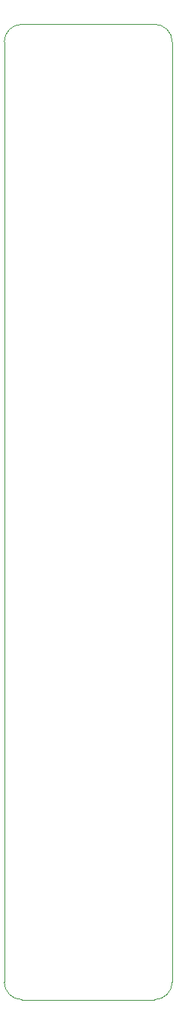
<source format=gbr>
%FSLAX34Y34*%
%MOMM*%
%LNOUTLINE*%
G71*
G01*
%ADD10C, 0.00*%
%LPD*%
G54D10*
G75*
G01X-75000Y1020000D02*
G03X-95000Y1000000I0J-20000D01*
G01*
G54D10*
G75*
G01X95000Y1000000D02*
G03X75000Y1020000I-20000J0D01*
G01*
G54D10*
G75*
G01X-95000Y-60000D02*
G03X-75000Y-80000I20000J0D01*
G01*
G54D10*
G75*
G01X75000Y-80000D02*
G03X95000Y-60000I0J20000D01*
G01*
G54D10*
X-75000Y-80000D02*
X75000Y-80000D01*
G54D10*
X95000Y-60000D02*
X95000Y1000000D01*
G54D10*
X75000Y1020000D02*
X-75000Y1020000D01*
G54D10*
X-95000Y1000000D02*
X-95000Y-60000D01*
M02*

</source>
